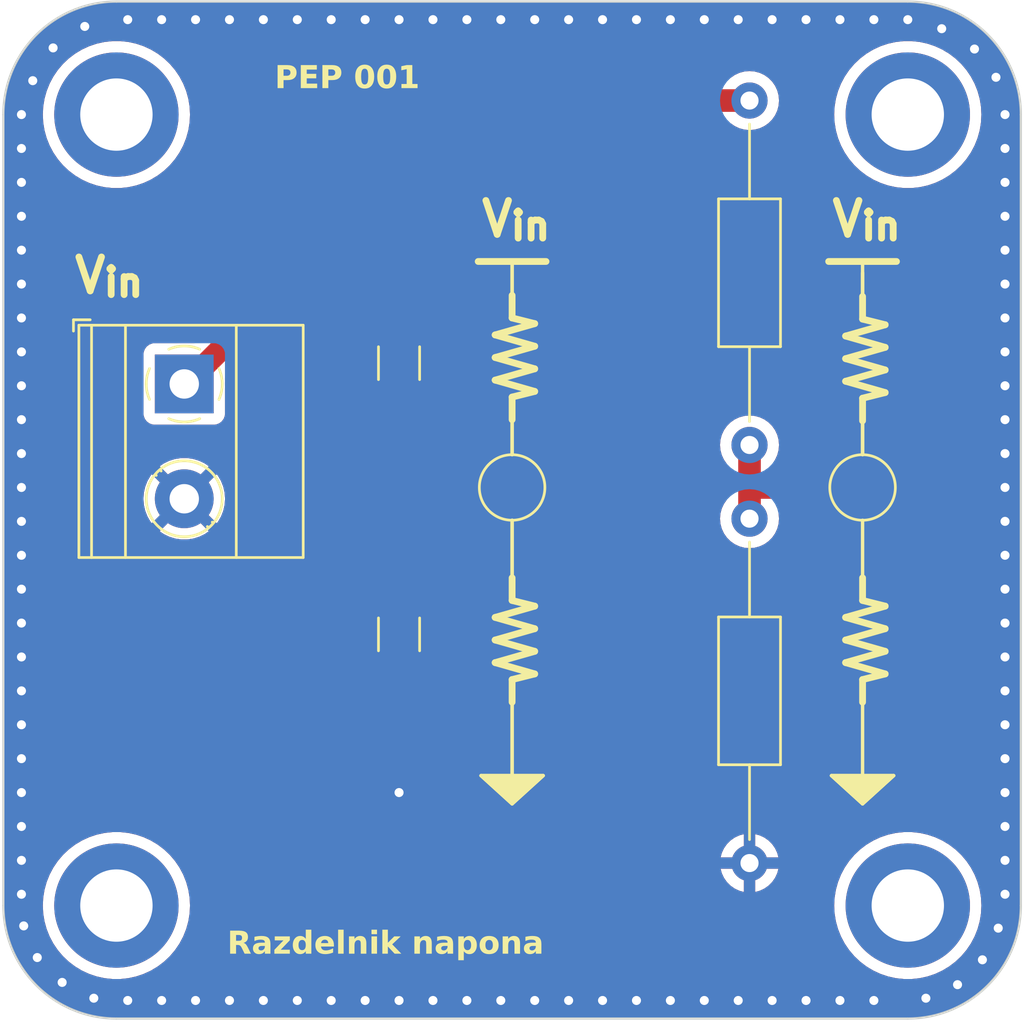
<source format=kicad_pcb>
(kicad_pcb (version 20240108) (generator "pcbnew") (generator_version "8.0")
  (layers (0 "F.Cu" signal) (31 "B.Cu" signal) (34 "B.Paste" user) (35 "F.Paste" user) (36 "B.SilkS" user "B.Silkscreen") (37 "F.SilkS" user "F.Silkscreen") (38 "B.Mask" user) (39 "F.Mask" user) (44 "Edge.Cuts" user))
  (net 0 "")
  (net 1 "Net-(R1-Pad1)")
  (net 2 "0")
  (net 3 "9V")
  (net 4 "Net-(R3-Pad1)")
  (footprint "Resistor_THT:R_Axial_DIN0207_L6.3mm_D2.5mm_P15.24mm_Horizontal" (layer "F.Cu") (at 137 83.88 -90)
    (property "Reference" "R3" (hide yes))
    (property "Value" "10k")
    (fp_line (start 4.35 1.37) (end 10.89 1.37) (stroke (width 0.12)) (layer "F.SilkS"))
    (fp_line (start 10.89 1.37) (end 10.89 -1.37) (stroke (width 0.12)) (layer "F.SilkS"))
    (fp_line (start 1.04 0) (end 4.35 0) (stroke (width 0.12)) (layer "F.SilkS"))
    (fp_line (start 14.2 0) (end 10.89 0) (stroke (width 0.12)) (layer "F.SilkS"))
    (fp_line (start 4.35 -1.37) (end 4.35 1.37) (stroke (width 0.12)) (layer "F.SilkS"))
    (fp_line (start 10.89 -1.37) (end 4.35 -1.37) (stroke (width 0.12)) (layer "F.SilkS"))
    (pad "1" thru_hole circle (at 0 0 270) (size 1.6 1.6) (drill 0.8) (layers "*.Cu" "*.Mask") (net 4 "Net-(R3-Pad1)"))
    (pad "2" thru_hole oval (at 15.24 0 270) (size 1.6 1.6) (drill 0.8) (layers "*.Cu" "*.Mask") (net 2 "0"))
  )
  (footprint "Resistor_THT:R_Axial_DIN0207_L6.3mm_D2.5mm_P15.24mm_Horizontal" (layer "F.Cu") (at 137 80.62 90)
    (property "Reference" "R4" (hide yes))
    (property "Value" "90k")
    (fp_line (start 10.89 -1.37) (end 4.35 -1.37) (stroke (width 0.12)) (layer "F.SilkS"))
    (fp_line (start 4.35 -1.37) (end 4.35 1.37) (stroke (width 0.12)) (layer "F.SilkS"))
    (fp_line (start 14.2 0) (end 10.89 0) (stroke (width 0.12)) (layer "F.SilkS"))
    (fp_line (start 1.04 0) (end 4.35 0) (stroke (width 0.12)) (layer "F.SilkS"))
    (fp_line (start 10.89 1.37) (end 10.89 -1.37) (stroke (width 0.12)) (layer "F.SilkS"))
    (fp_line (start 4.35 1.37) (end 10.89 1.37) (stroke (width 0.12)) (layer "F.SilkS"))
    (pad "1" thru_hole circle (at 0 0 90) (size 1.6 1.6) (drill 0.8) (layers "*.Cu" "*.Mask") (net 4 "Net-(R3-Pad1)"))
    (pad "2" thru_hole oval (at 15.24 0 90) (size 1.6 1.6) (drill 0.8) (layers "*.Cu" "*.Mask") (net 3 "9V"))
  )
  (footprint "TestPoint:TestPoint_Pad_D2.5mm" (layer "F.Cu") (at 126.5 82.5)
    (property "Reference" "TP2" (hide yes))
    (property "Value" "TestPoint")
    (fp_circle (center 0 0) (end 0 1.45) (stroke (width 0.12)) (fill none) (layer "F.SilkS"))
    (pad "1" smd circle (at 0 0) (size 2.5 2.5) (layers "F.Cu" "F.Mask") (net 1 "Net-(R1-Pad1)"))
  )
  (footprint "MountingHole:MountingHole_3.2mm_M3_ISO14580_Pad_TopBottom" (layer "F.Cu") (at 144 66)
    (property "Reference" "H3" (hide yes))
    (property "Value" "MountingHole")
    (pad "1" thru_hole circle (at 0 0) (size 3.6 3.6) (drill 3.2) (layers "*.Cu" "*.Mask"))
    (pad "1" connect circle (at 0 0) (size 5.5 5.5) (layers "F.Cu" "F.Mask"))
    (pad "1" connect circle (at 0 0) (size 5.5 5.5) (layers "B.Cu" "B.Mask"))
  )
  (footprint "MountingHole:MountingHole_3.2mm_M3_ISO14580_Pad_TopBottom" (layer "F.Cu") (at 144 101)
    (property "Reference" "H4" (hide yes))
    (property "Value" "MountingHole")
    (pad "1" thru_hole circle (at 0 0) (size 3.6 3.6) (drill 3.2) (layers "*.Cu" "*.Mask"))
    (pad "1" connect circle (at 0 0) (size 5.5 5.5) (layers "F.Cu" "F.Mask"))
    (pad "1" connect circle (at 0 0) (size 5.5 5.5) (layers "B.Cu" "B.Mask"))
  )
  (footprint "Resistor_SMD:R_1206_3216Metric_Pad1.30x1.75mm_HandSolder" (layer "F.Cu") (at 121.5 77 -90)
    (property "Reference" "R2" (hide yes))
    (property "Value" "90k")
    (fp_line (start -0.727064 0.91) (end 0.727064 0.91) (stroke (width 0.12)) (layer "F.SilkS"))
    (fp_line (start -0.727064 -0.91) (end 0.727064 -0.91) (stroke (width 0.12)) (layer "F.SilkS"))
    (pad "1" smd roundrect (at -1.55 0 270) (size 1.3 1.75) (layers "F.Cu" "F.Paste" "F.Mask") (roundrect_rratio 0.1923076923) (net 3 "9V"))
    (pad "2" smd roundrect (at 1.55 0 270) (size 1.3 1.75) (layers "F.Cu" "F.Paste" "F.Mask") (roundrect_rratio 0.1923076923) (net 1 "Net-(R1-Pad1)"))
  )
  (footprint "TestPoint:TestPoint_Pad_D2.5mm" (layer "F.Cu") (at 142 82.5)
    (property "Reference" "TP1" (hide yes))
    (property "Value" "TestPoint")
    (fp_circle (center 0 0) (end 0 1.45) (stroke (width 0.12)) (fill none) (layer "F.SilkS"))
    (pad "1" smd circle (at 0 0) (size 2.5 2.5) (layers "F.Cu" "F.Mask") (net 4 "Net-(R3-Pad1)"))
  )
  (footprint "MountingHole:MountingHole_3.2mm_M3_ISO14580_Pad_TopBottom" (layer "F.Cu") (at 109 66)
    (property "Reference" "H2" (hide yes))
    (property "Value" "MountingHole")
    (pad "1" thru_hole circle (at 0 0) (size 3.6 3.6) (drill 3.2) (layers "*.Cu" "*.Mask"))
    (pad "1" connect circle (at 0 0) (size 5.5 5.5) (layers "F.Cu" "F.Mask"))
    (pad "1" connect circle (at 0 0) (size 5.5 5.5) (layers "B.Cu" "B.Mask"))
  )
  (footprint "Resistor_SMD:R_1206_3216Metric_Pad1.30x1.75mm_HandSolder" (layer "F.Cu") (at 121.5 89 -90)
    (property "Reference" "R1" (hide yes))
    (property "Value" "10k")
    (fp_line (start -0.727064 0.91) (end 0.727064 0.91) (stroke (width 0.12)) (layer "F.SilkS"))
    (fp_line (start -0.727064 -0.91) (end 0.727064 -0.91) (stroke (width 0.12)) (layer "F.SilkS"))
    (pad "1" smd roundrect (at -1.55 0 270) (size 1.3 1.75) (layers "F.Cu" "F.Paste" "F.Mask") (roundrect_rratio 0.1923076923) (net 1 "Net-(R1-Pad1)"))
    (pad "2" smd roundrect (at 1.55 0 270) (size 1.3 1.75) (layers "F.Cu" "F.Paste" "F.Mask") (roundrect_rratio 0.1923076923) (net 2 "0"))
  )
  (footprint "TerminalBlock_Phoenix:TerminalBlock_Phoenix_MKDS-1,5-2-5.08_1x02_P5.08mm_Horizontal" (layer "F.Cu") (at 112 77.92 -90)
    (property "Reference" "J1" (hide yes))
    (property "Value" "Screw_Terminal_01x02")
    (fp_line (start -2.84 4.9) (end -2.34 4.9) (stroke (width 0.12)) (layer "F.SilkS"))
    (fp_line (start -2.6 4.66) (end 7.68 4.66) (stroke (width 0.12)) (layer "F.SilkS"))
    (fp_line (start -2.84 4.16) (end -2.84 4.9) (stroke (width 0.12)) (layer "F.SilkS"))
    (fp_line (start -2.6 4.1) (end 7.68 4.1) (stroke (width 0.12)) (layer "F.SilkS"))
    (fp_line (start -2.6 2.6) (end 7.68 2.6) (stroke (width 0.12)) (layer "F.SilkS"))
    (fp_line (start 4.046 1.239) (end 4.011 1.274) (stroke (width 0.12)) (layer "F.SilkS"))
    (fp_line (start 3.853 1.023) (end 3.806 1.069) (stroke (width 0.12)) (layer "F.SilkS"))
    (fp_line (start 6.355 -1.069) (end 6.308 -1.023) (stroke (width 0.12)) (layer "F.SilkS"))
    (fp_line (start 6.15 -1.275) (end 6.115 -1.239) (stroke (width 0.12)) (layer "F.SilkS"))
    (fp_line (start -2.6 -2.301) (end 7.68 -2.301) (stroke (width 0.12)) (layer "F.SilkS"))
    (fp_line (start -2.6 -5.261) (end -2.6 4.66) (stroke (width 0.12)) (layer "F.SilkS"))
    (fp_line (start -2.6 -5.261) (end 7.68 -5.261) (stroke (width 0.12)) (layer "F.SilkS"))
    (fp_line (start 7.68 -5.261) (end 7.68 4.66) (stroke (width 0.12)) (layer "F.SilkS"))
    (fp_arc (start 0.028805 1.680253) (mid -0.335551 1.646659) (end -0.684 1.535) (stroke (width 0.12)) (layer "F.SilkS"))
    (fp_arc (start 0.683318 1.534756) (mid 0.349292 1.643288) (end 0 1.68) (stroke (width 0.12)) (layer "F.SilkS"))
    (fp_arc (start -1.535427 0.683042) (mid -1.680501 -0.000524) (end -1.535 -0.684) (stroke (width 0.12)) (layer "F.SilkS"))
    (fp_arc (start 1.535427 -0.683042) (mid 1.680501 0.000524) (end 1.535 0.684) (stroke (width 0.12)) (layer "F.SilkS"))
    (fp_arc (start -0.683042 -1.535427) (mid 0.000524 -1.680501) (end 0.684 -1.535) (stroke (width 0.12)) (layer "F.SilkS"))
    (fp_circle (center 5.08 0) (end 6.76 0) (stroke (width 0.12)) (fill none) (layer "F.SilkS"))
    (pad "1" thru_hole rect (at 0 0 270) (size 2.6 2.6) (drill 1.3) (layers "*.Cu" "*.Mask") (net 3 "9V"))
    (pad "2" thru_hole circle (at 5.08 0 270) (size 2.6 2.6) (drill 1.3) (layers "*.Cu" "*.Mask") (net 2 "0"))
  )
  (footprint "MountingHole:MountingHole_3.2mm_M3_ISO14580_Pad_TopBottom" (layer "F.Cu") (at 109 101 -90)
    (property "Reference" "H1" (hide yes))
    (property "Value" "MountingHole")
    (pad "1" thru_hole circle (at 0 0 270) (size 3.6 3.6) (drill 3.2) (layers "*.Cu" "*.Mask"))
    (pad "1" connect circle (at 0 0 270) (size 5.5 5.5) (layers "F.Cu" "F.Mask"))
    (pad "1" connect circle (at 0 0 270) (size 5.5 5.5) (layers "B.Cu" "B.Mask"))
  )
  (gr_line (start 127.5 76.25) (end 125.75 75.75) (stroke (width 0.3)) (layer "F.SilkS"))
  (gr_line (start 142 96.5) (end 143.375 95.25) (stroke (width 0.15)) (layer "F.SilkS"))
  (gr_line (start 125.75 76.75) (end 127.5 76.25) (stroke (width 0.3)) (layer "F.SilkS"))
  (gr_line (start 126.5 91) (end 127.5 90.75) (stroke (width 0.15)) (layer "F.SilkS"))
  (gr_line (start 142 78.55) (end 143 78.3) (stroke (width 0.3)) (layer "F.SilkS"))
  (gr_line (start 126.5 91) (end 126.5 95.25) (stroke (width 0.15)) (layer "F.SilkS"))
  (gr_line (start 143 88.75) (end 141.25 88.25) (stroke (width 0.3)) (layer "F.SilkS"))
  (gr_line (start 143 76.25) (end 141.25 75.75) (stroke (width 0.15)) (layer "F.SilkS"))
  (gr_line (start 141.25 77.75) (end 143 77.25) (stroke (width 0.15)) (layer "F.SilkS"))
  (gr_line (start 126.5 79.5) (end 126.5 78.5) (stroke (width 0.3)) (layer "F.SilkS"))
  (gr_line (start 141.25 75.8) (end 143 75.3) (stroke (width 0.3)) (layer "F.SilkS"))
  (gr_line (start 143 77.3) (end 141.25 76.8) (stroke (width 0.3)) (layer "F.SilkS"))
  (gr_line (start 142 78.5) (end 142 81.05) (stroke (width 0.15)) (layer "F.SilkS"))
  (gr_line (start 125.75 76.75) (end 127.5 76.25) (stroke (width 0.15)) (layer "F.SilkS"))
  (gr_line (start 128 72.5) (end 125 72.5) (stroke (width 0.3)) (layer "F.SilkS"))
  (gr_line (start 126.5 78.5) (end 127.5 78.25) (stroke (width 0.15)) (layer "F.SilkS"))
  (gr_line (start 141.25 75.75) (end 143 75.25) (stroke (width 0.15)) (layer "F.SilkS"))
  (gr_line (start 126.5 75) (end 126.5 72.5) (stroke (width 0.15)) (layer "F.SilkS"))
  (gr_line (start 142 92) (end 142 91) (stroke (width 0.3)) (layer "F.SilkS"))
  (gr_line (start 127.5 90.75) (end 125.75 90.25) (stroke (width 0.3)) (layer "F.SilkS"))
  (gr_line (start 142 75) (end 142 72.5) (stroke (width 0.15)) (layer "F.SilkS"))
  (gr_line (start 125.75 90.25) (end 127.5 89.75) (stroke (width 0.3)) (layer "F.SilkS"))
  (gr_line (start 142 87.5) (end 142 86.5) (stroke (width 0.3)) (layer "F.SilkS"))
  (gr_line (start 142 78.55) (end 142 81.05) (stroke (width 0.15)) (layer "F.SilkS"))
  (gr_line (start 125.75 88.25) (end 127.5 87.75) (stroke (width 0.15)) (layer "F.SilkS"))
  (gr_line (start 125.75 75.75) (end 127.5 75.25) (stroke (width 0.15)) (layer "F.SilkS"))
  (gr_line (start 143 75.3) (end 142 75.05) (stroke (width 0.3)) (layer "F.SilkS"))
  (gr_line (start 125.75 89.25) (end 127.5 88.75) (stroke (width 0.15)) (layer "F.SilkS"))
  (gr_line (start 142 78.5) (end 143 78.25) (stroke (width 0.15)) (layer "F.SilkS"))
  (gr_line (start 143 77.25) (end 141.25 76.75) (stroke (width 0.15)) (layer "F.SilkS"))
  (gr_line (start 127.5 77.25) (end 125.75 76.75) (stroke (width 0.3)) (layer "F.SilkS"))
  (gr_line (start 141.25 88.25) (end 143 87.75) (stroke (width 0.3)) (layer "F.SilkS"))
  (gr_line (start 127.5 78.25) (end 125.75 77.75) (stroke (width 0.3)) (layer "F.SilkS"))
  (gr_line (start 141.25 76.8) (end 143 76.3) (stroke (width 0.3)) (layer "F.SilkS"))
  (gr_line (start 126.5 87.5) (end 126.5 83.95) (stroke (width 0.15)) (layer "F.SilkS"))
  (gr_line (start 142 75.05) (end 142 74.05) (stroke (width 0.3)) (layer "F.SilkS"))
  (gr_line (start 125.125 95.25) (end 127.875 95.25) (stroke (width 0.15)) (layer "F.SilkS"))
  (gr_line (start 141.25 76.75) (end 143 76.25) (stroke (width 0.15)) (layer "F.SilkS"))
  (gr_line (start 125.75 89.25) (end 127.5 88.75) (stroke (width 0.3)) (layer "F.SilkS"))
  (gr_line (start 126.5 91) (end 126.5 95.25) (stroke (width 0.15)) (layer "F.SilkS"))
  (gr_poly (pts (xy 125.125 95.25) (xy 127.875 95.25) (xy 126.5 96.5)) (stroke (width 0.15)) (fill solid) (layer "F.SilkS"))
  (gr_line (start 126.5 92) (end 126.5 91) (stroke (width 0.3)) (layer "F.SilkS"))
  (gr_line (start 142 91) (end 142 95.25) (stroke (width 0.15)) (layer "F.SilkS"))
  (gr_line (start 143 78.25) (end 141.25 77.75) (stroke (width 0.15)) (layer "F.SilkS"))
  (gr_line (start 125.75 77.75) (end 127.5 77.25) (stroke (width 0.15)) (layer "F.SilkS"))
  (gr_line (start 140.625 95.25) (end 143.375 95.25) (stroke (width 0.15)) (layer "F.SilkS"))
  (gr_line (start 143 78.3) (end 141.25 77.8) (stroke (width 0.3)) (layer "F.SilkS"))
  (gr_line (start 141.25 90.25) (end 143 89.75) (stroke (width 0.3)) (layer "F.SilkS"))
  (gr_line (start 127.5 77.25) (end 125.75 76.75) (stroke (width 0.15)) (layer "F.SilkS"))
  (gr_line (start 127.5 89.75) (end 125.75 89.25) (stroke (width 0.15)) (layer "F.SilkS"))
  (gr_line (start 142 87.5) (end 142 83.95) (stroke (width 0.15)) (layer "F.SilkS"))
  (gr_line (start 141.25 77.8) (end 143 77.3) (stroke (width 0.3)) (layer "F.SilkS"))
  (gr_line (start 125.75 77.75) (end 127.5 77.25) (stroke (width 0.3)) (layer "F.SilkS"))
  (gr_line (start 142 75.05) (end 142 73) (stroke (width 0.15)) (layer "F.SilkS"))
  (gr_line (start 126.5 96.5) (end 125.125 95.25) (stroke (width 0.15)) (layer "F.SilkS"))
  (gr_line (start 126.5 87.5) (end 126.5 86.5) (stroke (width 0.3)) (layer "F.SilkS"))
  (gr_line (start 127.5 78.25) (end 125.75 77.75) (stroke (width 0.15)) (layer "F.SilkS"))
  (gr_line (start 126.5 78.5) (end 126.5 81.05) (stroke (width 0.15)) (layer "F.SilkS"))
  (gr_line (start 126.5 96.5) (end 127.875 95.25) (stroke (width 0.15)) (layer "F.SilkS"))
  (gr_line (start 125.75 75.75) (end 127.5 75.25) (stroke (width 0.3)) (layer "F.SilkS"))
  (gr_line (start 127.5 87.75) (end 126.5 87.5) (stroke (width 0.3)) (layer "F.SilkS"))
  (gr_line (start 125.75 90.25) (end 127.5 89.75) (stroke (width 0.15)) (layer "F.SilkS"))
  (gr_line (start 127.5 90.75) (end 125.75 90.25) (stroke (width 0.15)) (layer "F.SilkS"))
  (gr_line (start 127.5 87.75) (end 126.5 87.5) (stroke (width 0.15)) (layer "F.SilkS"))
  (gr_line (start 143 76.3) (end 141.25 75.8) (stroke (width 0.3)) (layer "F.SilkS"))
  (gr_line (start 126.5 75) (end 126.5 74) (stroke (width 0.3)) (layer "F.SilkS"))
  (gr_line (start 143 89.75) (end 141.25 89.25) (stroke (width 0.3)) (layer "F.SilkS"))
  (gr_line (start 126.5 78.5) (end 127.5 78.25) (stroke (width 0.3)) (layer "F.SilkS"))
  (gr_line (start 127.5 88.75) (end 125.75 88.25) (stroke (width 0.15)) (layer "F.SilkS"))
  (gr_line (start 143 75.25) (end 142 75) (stroke (width 0.15)) (layer "F.SilkS"))
  (gr_line (start 126.5 75) (end 126.5 72.5) (stroke (width 0.15)) (layer "F.SilkS"))
  (gr_line (start 126.5 78.5) (end 126.5 81.05) (stroke (width 0.15)) (layer "F.SilkS"))
  (gr_poly (pts (xy 140.625 95.25) (xy 143.375 95.25) (xy 142 96.5)) (stroke (width 0.15)) (fill solid) (layer "F.SilkS"))
  (gr_line (start 127.5 88.75) (end 125.75 88.25) (stroke (width 0.3)) (layer "F.SilkS"))
  (gr_line (start 143 87.75) (end 142 87.5) (stroke (width 0.3)) (layer "F.SilkS"))
  (gr_line (start 142 91) (end 143 90.75) (stroke (width 0.3)) (layer "F.SilkS"))
  (gr_line (start 127.5 76.25) (end 125.75 75.75) (stroke (width 0.15)) (layer "F.SilkS"))
  (gr_line (start 127.5 75.25) (end 126.5 75) (stroke (width 0.15)) (layer "F.SilkS"))
  (gr_line (start 127.5 89.75) (end 125.75 89.25) (stroke (width 0.3)) (layer "F.SilkS"))
  (gr_line (start 143.5 72.5) (end 140.5 72.5) (stroke (width 0.3)) (layer "F.SilkS"))
  (gr_line (start 126.5 91) (end 127.5 90.75) (stroke (width 0.3)) (layer "F.SilkS"))
  (gr_line (start 125.75 88.25) (end 127.5 87.75) (stroke (width 0.3)) (layer "F.SilkS"))
  (gr_line (start 126.5 87.5) (end 126.5 83.95) (stroke (width 0.15)) (layer "F.SilkS"))
  (gr_line (start 141.25 89.25) (end 143 88.75) (stroke (width 0.3)) (layer "F.SilkS"))
  (gr_line (start 143 90.75) (end 141.25 90.25) (stroke (width 0.3)) (layer "F.SilkS"))
  (gr_line (start 142 96.5) (end 140.625 95.25) (stroke (width 0.15)) (layer "F.SilkS"))
  (gr_line (start 142 79.55) (end 142 78.55) (stroke (width 0.3)) (layer "F.SilkS"))
  (gr_line (start 127.5 75.25) (end 126.5 75) (stroke (width 0.3)) (layer "F.SilkS"))
  (gr_line (start 149 101) (end 148.999998 66) (stroke (width 0.1)) (layer "Edge.Cuts"))
  (gr_arc (start 104 66) (mid 105.464467 62.464467) (end 109 61) (stroke (width 0.1)) (layer "Edge.Cuts"))
  (gr_arc (start 144 61) (mid 147.535533 62.464466) (end 148.999998 66) (stroke (width 0.1)) (layer "Edge.Cuts"))
  (gr_line (start 104 66) (end 104 101) (stroke (width 0.1)) (layer "Edge.Cuts"))
  (gr_arc (start 149 101) (mid 147.535533 104.535533) (end 144 106) (stroke (width 0.1)) (layer "Edge.Cuts"))
  (gr_line (start 109 106) (end 144 106) (stroke (width 0.1)) (layer "Edge.Cuts"))
  (gr_arc (start 109 106) (mid 105.464467 104.535533) (end 104 101) (stroke (width 0.1)) (layer "Edge.Cuts"))
  (gr_line (start 144.000002 61) (end 109 61) (stroke (width 0.1)) (layer "Edge.Cuts"))
  (gr_text "Razdelnik napona\n" (at 113.9 103.3 0) (layer "F.SilkS") (effects (font (size 1 1) (thickness 0.2) (bold yes)) (justify left bottom)))
  (gr_text "V_{in}\n" (at 140.5 71.5 0) (layer "F.SilkS") (effects (font (size 1.5 1.5) (thickness 0.3) (bold yes)) (justify left bottom)))
  (gr_text "V_{in}\n" (at 107 74 0) (layer "F.SilkS") (effects (font (size 1.5 1.5) (thickness 0.3) (bold yes)) (justify left bottom)))
  (gr_text "PEP 001" (at 116 65 0) (layer "F.SilkS") (effects (font (size 1 1) (thickness 0.2) (bold yes)) (justify left bottom)))
  (gr_text "V_{in}\n" (at 125 71.5 0) (layer "F.SilkS") (effects (font (size 1.5 1.5) (thickness 0.3) (bold yes)) (justify left bottom)))
  (segment (start 121.5 87.45) (end 121.5 82.5) (width 1) (layer "F.Cu") (net 1))
  (segment (start 121.5 78.55) (end 121.5 82.5) (width 1) (layer "F.Cu") (net 1))
  (segment (start 126.5 82.5) (end 121.5 82.5) (width 1) (layer "F.Cu") (net 1))
  (segment (start 121.5 96) (end 121.5 90.55) (width 1) (layer "F.Cu") (net 2))
  (via (at 148.3 97.5) (size 0.8) (drill 0.4) (layers "F.Cu" "B.Cu") (net 2))
  (via (at 126 105.2) (size 0.8) (drill 0.4) (layers "F.Cu" "B.Cu") (net 2))
  (via (at 148.3 99) (size 0.8) (drill 0.4) (layers "F.Cu" "B.Cu") (net 2))
  (via (at 148.3 67.5) (size 0.8) (drill 0.4) (layers "F.Cu" "B.Cu") (net 2))
  (via (at 104.8 72) (size 0.8) (drill 0.4) (layers "F.Cu" "B.Cu") (net 2))
  (via (at 104.8 76.5) (size 0.8) (drill 0.4) (layers "F.Cu" "B.Cu") (net 2))
  (via (at 104.8 96) (size 0.8) (drill 0.4) (layers "F.Cu" "B.Cu") (net 2))
  (via (at 120 61.8) (size 0.8) (drill 0.4) (layers "F.Cu" "B.Cu") (net 2))
  (via (at 127.5 61.8) (size 0.8) (drill 0.4) (layers "F.Cu" "B.Cu") (net 2))
  (via (at 104.8 84) (size 0.8) (drill 0.4) (layers "F.Cu" "B.Cu") (net 2))
  (via (at 109.5 105.2) (size 0.8) (drill 0.4) (layers "F.Cu" "B.Cu") (net 2))
  (via (at 107.6 62.1) (size 0.8) (drill 0.4) (layers "F.Cu" "B.Cu") (net 2))
  (via (at 120 105.2) (size 0.8) (drill 0.4) (layers "F.Cu" "B.Cu") (net 2))
  (via (at 104.8 97.5) (size 0.8) (drill 0.4) (layers "F.Cu" "B.Cu") (net 2))
  (via (at 144 61.8) (size 0.8) (drill 0.4) (layers "F.Cu" "B.Cu") (net 2))
  (via (at 105.5 103.3) (size 0.8) (drill 0.4) (layers "F.Cu" "B.Cu") (net 2))
  (via (at 148.3 91.5) (size 0.8) (drill 0.4) (layers "F.Cu" "B.Cu") (net 2))
  (via (at 111 61.8) (size 0.8) (drill 0.4) (layers "F.Cu" "B.Cu") (net 2))
  (via (at 124.5 61.8) (size 0.8) (drill 0.4) (layers "F.Cu" "B.Cu") (net 2))
  (via (at 115.5 61.8) (size 0.8) (drill 0.4) (layers "F.Cu" "B.Cu") (net 2))
  (via (at 109.5 61.8) (size 0.8) (drill 0.4) (layers "F.Cu" "B.Cu") (net 2))
  (via (at 146.2 104.5) (size 0.8) (drill 0.4) (layers "F.Cu" "B.Cu") (net 2))
  (via (at 129 61.8) (size 0.8) (drill 0.4) (layers "F.Cu" "B.Cu") (net 2))
  (via (at 114 105.2) (size 0.8) (drill 0.4) (layers "F.Cu" "B.Cu") (net 2))
  (via (at 147.9 64.35) (size 0.8) (drill 0.4) (layers "F.Cu" "B.Cu") (net 2))
  (via (at 112.5 61.8) (size 0.8) (drill 0.4) (layers "F.Cu" "B.Cu") (net 2))
  (via (at 129 105.2) (size 0.8) (drill 0.4) (layers "F.Cu" "B.Cu") (net 2))
  (via (at 148.3 82.5) (size 0.8) (drill 0.4) (layers "F.Cu" "B.Cu") (net 2))
  (via (at 148.3 73.5) (size 0.8) (drill 0.4) (layers "F.Cu" "B.Cu") (net 2))
  (via (at 104.8 90) (size 0.8) (drill 0.4) (layers "F.Cu" "B.Cu") (net 2))
  (via (at 141 61.8) (size 0.8) (drill 0.4) (layers "F.Cu" "B.Cu") (net 2))
  (via (at 132 61.8) (size 0.8) (drill 0.4) (layers "F.Cu" "B.Cu") (net 2))
  (via (at 106.6 104.4) (size 0.8) (drill 0.4) (layers "F.Cu" "B.Cu") (net 2))
  (via (at 104.8 82.5) (size 0.8) (drill 0.4) (layers "F.Cu" "B.Cu") (net 2))
  (via (at 104.8 66) (size 0.8) (drill 0.4) (layers "F.Cu" "B.Cu") (net 2))
  (via (at 118.5 105.2) (size 0.8) (drill 0.4) (layers "F.Cu" "B.Cu") (net 2))
  (via (at 104.8 75) (size 0.8) (drill 0.4) (layers "F.Cu" "B.Cu") (net 2))
  (via (at 104.8 99) (size 0.8) (drill 0.4) (layers "F.Cu" "B.Cu") (net 2))
  (via (at 104.8 79.5) (size 0.8) (drill 0.4) (layers "F.Cu" "B.Cu") (net 2))
  (via (at 130.5 61.8) (size 0.8) (drill 0.4) (layers "F.Cu" "B.Cu") (net 2))
  (via (at 141 105.2) (size 0.8) (drill 0.4) (layers "F.Cu" "B.Cu") (net 2))
  (via (at 142.5 61.8) (size 0.8) (drill 0.4) (layers "F.Cu" "B.Cu") (net 2))
  (via (at 145.5 62.2) (size 0.8) (drill 0.4) (layers "F.Cu" "B.Cu") (net 2))
  (via (at 104.8 67.5) (size 0.8) (drill 0.4) (layers "F.Cu" "B.Cu") (net 2))
  (via (at 148.3 66) (size 0.8) (drill 0.4) (layers "F.Cu" "B.Cu") (net 2))
  (via (at 104.8 70.5) (size 0.8) (drill 0.4) (layers "F.Cu" "B.Cu") (net 2))
  (via (at 118.5 61.8) (size 0.8) (drill 0.4) (layers "F.Cu" "B.Cu") (net 2))
  (via (at 104.8 69) (size 0.8) (drill 0.4) (layers "F.Cu" "B.Cu") (net 2))
  (via (at 148.3 100.5) (size 0.8) (drill 0.4) (layers "F.Cu" "B.Cu") (net 2))
  (via (at 106.2 63.05) (size 0.8) (drill 0.4) (layers "F.Cu" "B.Cu") (net 2))
  (via (at 148.3 79.5) (size 0.8) (drill 0.4) (layers "F.Cu" "B.Cu") (net 2))
  (via (at 121.5 105.2) (size 0.8) (drill 0.4) (layers "F.Cu" "B.Cu") (net 2))
  (via (at 121.5 61.8) (size 0.8) (drill 0.4) (layers "F.Cu" "B.Cu") (net 2))
  (via (at 144.8 105.1) (size 0.8) (drill 0.4) (layers "F.Cu" "B.Cu") (net 2))
  (via (at 104.8 81) (size 0.8) (drill 0.4) (layers "F.Cu" "B.Cu") (net 2))
  (via (at 139.5 61.8) (size 0.8) (drill 0.4) (layers "F.Cu" "B.Cu") (net 2))
  (via (at 148.3 88.5) (size 0.8) (drill 0.4) (layers "F.Cu" "B.Cu") (net 2))
  (via (at 148 102) (size 0.8) (drill 0.4) (layers "F.Cu" "B.Cu") (net 2))
  (via (at 127.5 105.2) (size 0.8) (drill 0.4) (layers "F.Cu" "B.Cu") (net 2))
  (via (at 148.3 81) (size 0.8) (drill 0.4) (layers "F.Cu" "B.Cu") (net 2))
  (via (at 133.5 105.2) (size 0.8) (drill 0.4) (layers "F.Cu" "B.Cu") (net 2))
  (via (at 124.5 105.2) (size 0.8) (drill 0.4) (layers "F.Cu" "B.Cu") (net 2))
  (via (at 148.3 70.5) (size 0.8) (drill 0.4) (layers "F.Cu" "B.Cu") (net 2))
  (via (at 133.5 61.8) (size 0.8) (drill 0.4) (layers "F.Cu" "B.Cu") (net 2))
  (via (at 148.3 84) (size 0.8) (drill 0.4) (layers "F.Cu" "B.Cu") (net 2))
  (via (at 148.3 85.5) (size 0.8) (drill 0.4) (layers "F.Cu" "B.Cu") (net 2))
  (via (at 148.3 93) (size 0.8) (drill 0.4) (layers "F.Cu" "B.Cu") (net 2))
  (via (at 148.3 75) (size 0.8) (drill 0.4) (layers "F.Cu" "B.Cu") (net 2))
  (via (at 147.3 103.4) (size 0.8) (drill 0.4) (layers "F.Cu" "B.Cu") (net 2))
  (via (at 104.8 85.5) (size 0.8) (drill 0.4) (layers "F.Cu" "B.Cu") (net 2))
  (via (at 148.3 72) (size 0.8) (drill 0.4) (layers "F.Cu" "B.Cu") (net 2))
  (via (at 123 61.8) (size 0.8) (drill 0.4) (layers "F.Cu" "B.Cu") (net 2))
  (via (at 139.5 105.2) (size 0.8) (drill 0.4) (layers "F.Cu" "B.Cu") (net 2))
  (via (at 114 61.8) (size 0.8) (drill 0.4) (layers "F.Cu" "B.Cu") (net 2))
  (via (at 115.5 105.2) (size 0.8) (drill 0.4) (layers "F.Cu" "B.Cu") (net 2))
  (via (at 138 61.8) (size 0.8) (drill 0.4) (layers "F.Cu" "B.Cu") (net 2))
  (via (at 117 61.8) (size 0.8) (drill 0.4) (layers "F.Cu" "B.Cu") (net 2))
  (via (at 121.5 96) (size 0.8) (drill 0.4) (layers "F.Cu" "B.Cu") (net 2))
  (via (at 126 61.8) (size 0.8) (drill 0.4) (layers "F.Cu" "B.Cu") (net 2))
  (via (at 123 105.2) (size 0.8) (drill 0.4) (layers "F.Cu" "B.Cu") (net 2))
  (via (at 142.5 105.2) (size 0.8) (drill 0.4) (layers "F.Cu" "B.Cu") (net 2))
  (via (at 148.3 90) (size 0.8) (drill 0.4) (layers "F.Cu" "B.Cu") (net 2))
  (via (at 105.3 64.5) (size 0.8) (drill 0.4) (layers "F.Cu" "B.Cu") (net 2))
  (via (at 136.5 61.8) (size 0.8) (drill 0.4) (layers "F.Cu" "B.Cu") (net 2))
  (via (at 132 105.2) (size 0.8) (drill 0.4) (layers "F.Cu" "B.Cu") (net 2))
  (via (at 148.3 87) (size 0.8) (drill 0.4) (layers "F.Cu" "B.Cu") (net 2))
  (via (at 135 105.2) (size 0.8) (drill 0.4) (layers "F.Cu" "B.Cu") (net 2))
  (via (at 104.8 73.5) (size 0.8) (drill 0.4) (layers "F.Cu" "B.Cu") (net 2))
  (via (at 104.8 87) (size 0.8) (drill 0.4) (layers "F.Cu" "B.Cu") (net 2))
  (via (at 104.8 78) (size 0.8) (drill 0.4) (layers "F.Cu" "B.Cu") (net 2))
  (via (at 104.9 101.9) (size 0.8) (drill 0.4) (layers "F.Cu" "B.Cu") (net 2))
  (via (at 135 61.8) (size 0.8) (drill 0.4) (layers "F.Cu" "B.Cu") (net 2))
  (via (at 148.3 78) (size 0.8) (drill 0.4) (layers "F.Cu" "B.Cu") (net 2))
  (via (at 104.8 100.5) (size 0.8) (drill 0.4) (layers "F.Cu" "B.Cu") (net 2))
  (via (at 136.5 105.2) (size 0.8) (drill 0.4) (layers "F.Cu" "B.Cu") (net 2))
  (via (at 138 105.2) (size 0.8) (drill 0.4) (layers "F.Cu" "B.Cu") (net 2))
  (via (at 104.8 88.5) (size 0.8) (drill 0.4) (layers "F.Cu" "B.Cu") (net 2))
  (via (at 148.3 94.5) (size 0.8) (drill 0.4) (layers "F.Cu" "B.Cu") (net 2))
  (via (at 146.95 63.1) (size 0.8) (drill 0.4) (layers "F.Cu" "B.Cu") (net 2))
  (via (at 148.3 69) (size 0.8) (drill 0.4) (layers "F.Cu" "B.Cu") (net 2))
  (via (at 148.3 76.5) (size 0.8) (drill 0.4) (layers "F.Cu" "B.Cu") (net 2))
  (via (at 111 105.2) (size 0.8) (drill 0.4) (layers "F.Cu" "B.Cu") (net 2))
  (via (at 130.5 105.2) (size 0.8) (drill 0.4) (layers "F.Cu" "B.Cu") (net 2))
  (via (at 104.8 91.5) (size 0.8) (drill 0.4) (layers "F.Cu" "B.Cu") (net 2))
  (via (at 104.8 93) (size 0.8) (drill 0.4) (layers "F.Cu" "B.Cu") (net 2))
  (via (at 112.5 105.2) (size 0.8) (drill 0.4) (layers "F.Cu" "B.Cu") (net 2))
  (via (at 117 105.2) (size 0.8) (drill 0.4) (layers "F.Cu" "B.Cu") (net 2))
  (via (at 148.3 96) (size 0.8) (drill 0.4) (layers "F.Cu" "B.Cu") (net 2))
  (via (at 108 105.1) (size 0.8) (drill 0.4) (layers "F.Cu" "B.Cu") (net 2))
  (via (at 104.8 94.5) (size 0.8) (drill 0.4) (layers "F.Cu" "B.Cu") (net 2))
  (segment (start 121.5 75.45) (end 121.5 71.45) (width 1) (layer "F.Cu") (net 3))
  (segment (start 114.55 75.45) (end 121.5 75.45) (width 1) (layer "F.Cu") (net 3))
  (segment (start 112 77.92) (end 112.08 77.92) (width 1) (layer "F.Cu") (net 3))
  (segment (start 127.57 65.38) (end 137 65.38) (width 1) (layer "F.Cu") (net 3))
  (segment (start 121.5 71.45) (end 127.57 65.38) (width 1) (layer "F.Cu") (net 3))
  (segment (start 112.08 77.92) (end 114.55 75.45) (width 1) (layer "F.Cu") (net 3))
  (segment (start 137 82.5) (end 137 80.62) (width 1) (layer "F.Cu") (net 4))
  (segment (start 137 83.88) (end 137 82.5) (width 1) (layer "F.Cu") (net 4))
  (segment (start 142.5 82.5) (end 137 82.5) (width 1) (layer "F.Cu") (net 4))
  (zone (net 2) (net_name "0") (layer "F.Cu") (priority 1) (connect_pads (clearance 0.5)) (min_thickness 0.25) (fill yes (thermal_gap 0.5) (thermal_bridge_width 0.5))
    (polygon (pts (xy 104 61) (xy 149 61) (xy 149 106) (xy 104 106)))
  )
  (zone (net 2) (net_name "0") (layer "B.Cu") (priority 1) (connect_pads (clearance 0.5)) (min_thickness 0.25) (fill yes (thermal_gap 0.5) (thermal_bridge_width 0.5))
    (polygon (pts (xy 104 61) (xy 149 61) (xy 149 106) (xy 104 106)))
  )
)
</source>
